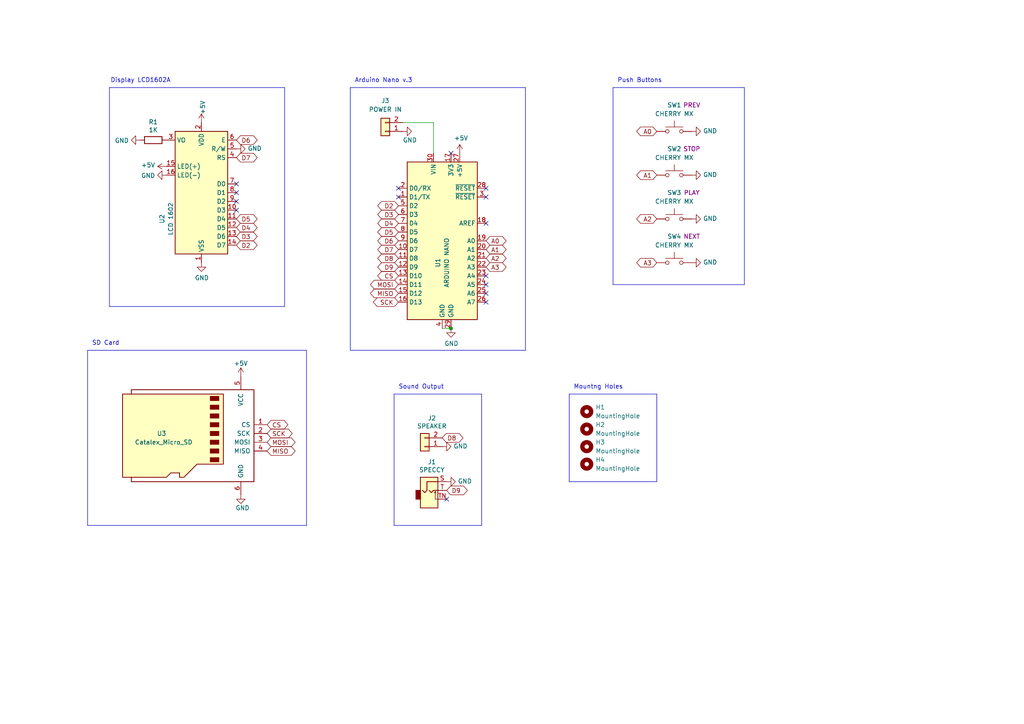
<source format=kicad_sch>
(kicad_sch (version 20230121) (generator eeschema)
  (paper "A4")
  (title_block (title "TZXDuino with Human Face") (date "2021-08-23") (rev "1.0.0") (company "Denis Maltsev"))
  (lib_symbols
    (symbol "Connector_Generic:Conn_01x02" (pin_names (offset 1.016) hide)
      (property "Reference" "J" (at 0 2.54 0))
      (property "Value" "Conn_01x02" (at 0 -5.08 0))
      (symbol "Conn_01x02_1_1"
        (rectangle (start -1.27 -2.413) (end 0 -2.667) (stroke (width 0.1524)))
        (rectangle (start -1.27 0.127) (end 0 -0.127) (stroke (width 0.1524)))
        (rectangle (start -1.27 1.27) (end 1.27 -3.81) (stroke (width 0.254)) (fill (type background)))
        (pin passive line (at -5.08 0 0) (length 3.81) (name "Pin_1") (number "1"))
        (pin passive line (at -5.08 -2.54 0) (length 3.81) (name "Pin_2") (number "2"))
      )
    )
    (symbol "Device:R" (pin_numbers hide) (pin_names (offset 0))
      (property "Reference" "R" (at 2.032 0 90))
      (property "Value" "R" (at 0 0 90))
      (symbol "R_0_1"
        (rectangle (start -1.016 -2.54) (end 1.016 2.54) (stroke (width 0.254)))
      )
      (symbol "R_1_1"
        (pin passive line (at 0 3.81 270) (length 1.27) (name "~") (number "1"))
        (pin passive line (at 0 -3.81 90) (length 1.27) (name "~") (number "2"))
      )
    )
    (symbol "Display_Character:WC1602A"
      (property "Reference" "DS" (at -5.842 19.05 0))
      (property "Value" "WC1602A" (at 5.334 19.05 0))
      (symbol "WC1602A_1_1"
        (rectangle (start -7.62 17.78) (end 7.62 -17.78) (stroke (width 0.254)) (fill (type background)))
        (pin power_in line (at 0 -20.32 90) (length 2.54) (name "VSS") (number "1"))
        (pin input line (at -10.16 -5.08 0) (length 2.54) (name "D3") (number "10"))
        (pin input line (at -10.16 -7.62 0) (length 2.54) (name "D4") (number "11"))
        (pin input line (at -10.16 -10.16 0) (length 2.54) (name "D5") (number "12"))
        (pin input line (at -10.16 -12.7 0) (length 2.54) (name "D6") (number "13"))
        (pin input line (at -10.16 -15.24 0) (length 2.54) (name "D7") (number "14"))
        (pin power_in line (at 10.16 7.62 180) (length 2.54) (name "LED(+)") (number "15"))
        (pin power_in line (at 10.16 5.08 180) (length 2.54) (name "LED(-)") (number "16"))
        (pin power_in line (at 0 20.32 270) (length 2.54) (name "VDD") (number "2"))
        (pin input line (at 10.16 15.24 180) (length 2.54) (name "VO") (number "3"))
        (pin input line (at -10.16 10.16 0) (length 2.54) (name "RS") (number "4"))
        (pin input line (at -10.16 12.7 0) (length 2.54) (name "R/W") (number "5"))
        (pin input line (at -10.16 15.24 0) (length 2.54) (name "E") (number "6"))
        (pin input line (at -10.16 2.54 0) (length 2.54) (name "D0") (number "7"))
        (pin input line (at -10.16 0 0) (length 2.54) (name "D1") (number "8"))
        (pin input line (at -10.16 -2.54 0) (length 2.54) (name "D2") (number "9"))
      )
    )
    (symbol "MCU_Module:Arduino_Nano_v3.x"
      (property "Reference" "A" (at -10.16 23.495 0))
      (property "Value" "Arduino_Nano_v3.x" (at 5.08 -24.13 0))
      (symbol "Arduino_Nano_v3.x_0_1"
        (rectangle (start -10.16 22.86) (end 10.16 -22.86) (stroke (width 0.254)) (fill (type background)))
      )
      (symbol "Arduino_Nano_v3.x_1_1"
        (pin bidirectional line (at -12.7 12.7 0) (length 2.54) (name "D1/TX") (number "1"))
        (pin bidirectional line (at -12.7 -2.54 0) (length 2.54) (name "D7") (number "10"))
        (pin bidirectional line (at -12.7 -5.08 0) (length 2.54) (name "D8") (number "11"))
        (pin bidirectional line (at -12.7 -7.62 0) (length 2.54) (name "D9") (number "12"))
        (pin bidirectional line (at -12.7 -10.16 0) (length 2.54) (name "D10") (number "13"))
        (pin bidirectional line (at -12.7 -12.7 0) (length 2.54) (name "D11") (number "14"))
        (pin bidirectional line (at -12.7 -15.24 0) (length 2.54) (name "D12") (number "15"))
        (pin bidirectional line (at -12.7 -17.78 0) (length 2.54) (name "D13") (number "16"))
        (pin power_out line (at 2.54 25.4 270) (length 2.54) (name "3V3") (number "17"))
        (pin input line (at 12.7 5.08 180) (length 2.54) (name "AREF") (number "18"))
        (pin bidirectional line (at 12.7 0 180) (length 2.54) (name "A0") (number "19"))
        (pin bidirectional line (at -12.7 15.24 0) (length 2.54) (name "D0/RX") (number "2"))
        (pin bidirectional line (at 12.7 -2.54 180) (length 2.54) (name "A1") (number "20"))
        (pin bidirectional line (at 12.7 -5.08 180) (length 2.54) (name "A2") (number "21"))
        (pin bidirectional line (at 12.7 -7.62 180) (length 2.54) (name "A3") (number "22"))
        (pin bidirectional line (at 12.7 -10.16 180) (length 2.54) (name "A4") (number "23"))
        (pin bidirectional line (at 12.7 -12.7 180) (length 2.54) (name "A5") (number "24"))
        (pin bidirectional line (at 12.7 -15.24 180) (length 2.54) (name "A6") (number "25"))
        (pin bidirectional line (at 12.7 -17.78 180) (length 2.54) (name "A7") (number "26"))
        (pin power_out line (at 5.08 25.4 270) (length 2.54) (name "+5V") (number "27"))
        (pin input line (at 12.7 15.24 180) (length 2.54) (name "~{RESET}") (number "28"))
        (pin power_in line (at 2.54 -25.4 90) (length 2.54) (name "GND") (number "29"))
        (pin input line (at 12.7 12.7 180) (length 2.54) (name "~{RESET}") (number "3"))
        (pin power_in line (at -2.54 25.4 270) (length 2.54) (name "VIN") (number "30"))
        (pin power_in line (at 0 -25.4 90) (length 2.54) (name "GND") (number "4"))
        (pin bidirectional line (at -12.7 10.16 0) (length 2.54) (name "D2") (number "5"))
        (pin bidirectional line (at -12.7 7.62 0) (length 2.54) (name "D3") (number "6"))
        (pin bidirectional line (at -12.7 5.08 0) (length 2.54) (name "D4") (number "7"))
        (pin bidirectional line (at -12.7 2.54 0) (length 2.54) (name "D5") (number "8"))
        (pin bidirectional line (at -12.7 0 0) (length 2.54) (name "D6") (number "9"))
      )
    )
    (symbol "Mechanical:MountingHole" (pin_names (offset 1.016))
      (property "Reference" "H" (at 0 5.08 0))
      (property "Value" "MountingHole" (at 0 3.175 0))
      (symbol "MountingHole_0_1"
        (circle (center 0 0) (radius 1.27) (stroke (width 1.27)))
      )
    )
    (symbol "Switch:SW_Push" (pin_numbers hide) (pin_names (offset 1.016) hide)
      (property "Reference" "SW" (at 1.27 2.54 0))
      (property "Value" "SW_Push" (at 0 -1.524 0))
      (symbol "SW_Push_0_1"
        (circle (center -2.032 0) (radius 0.508))
        (polyline (pts (xy 0 1.27) (xy 0 3.048)))
        (polyline (pts (xy 2.54 1.27) (xy -2.54 1.27)))
        (circle (center 2.032 0) (radius 0.508))
        (pin passive line (at -5.08 0 0) (length 2.54) (name "1") (number "1"))
        (pin passive line (at 5.08 0 180) (length 2.54) (name "2") (number "2"))
      )
    )
    (symbol "TZXDuino-rescue:AudioJack2_SwitchT-Connector"
      (property "Reference" "J" (at 0 8.89 0))
      (property "Value" "Connector_AudioJack2_SwitchT" (at 0 6.35 0))
      (symbol "AudioJack2_SwitchT-Connector_0_1"
        (rectangle (start -2.54 0) (end -3.81 -2.54) (stroke (width 0.254)) (fill (type outline)))
        (polyline (pts (xy 1.778 -0.254) (xy 2.032 -0.762)))
        (polyline (pts (xy 0 0) (xy 0.635 -0.635) (xy 1.27 0) (xy 2.54 0)) (stroke (width 0.254)))
        (polyline (pts (xy 2.54 -2.54) (xy 1.778 -2.54) (xy 1.778 -0.254) (xy 1.524 -0.762)))
        (polyline (pts (xy 2.54 2.54) (xy -0.635 2.54) (xy -0.635 0) (xy -1.27 -0.635) (xy -1.905 0)) (stroke (width 0.254)))
        (rectangle (start 2.54 3.81) (end -2.54 -5.08) (stroke (width 0.254)) (fill (type background)))
      )
      (symbol "AudioJack2_SwitchT-Connector_1_1"
        (pin passive line (at 5.08 2.54 180) (length 2.54) (name "~") (number "S"))
        (pin passive line (at 5.08 0 180) (length 2.54) (name "~") (number "T"))
        (pin passive line (at 5.08 -2.54 180) (length 2.54) (name "~") (number "TN"))
      )
    )
    (symbol "TZXDuino:Catalex_Micro_SD" (pin_names (offset 1.016))
      (property "Reference" "U" (at -8.89 2.54 0))
      (property "Value" "Catalex_Micro_SD" (at 0 0 0))
      (symbol "Catalex_Micro_SD_0_1"
        (polyline (pts (xy -19.05 -11.43) (xy -19.05 -12.7) (xy 16.51 -12.7) (xy 16.51 13.97) (xy -19.05 13.97) (xy -19.05 12.7)) (stroke (width 0.254)))
        (polyline (pts (xy 7.62 12.7) (xy 7.62 -7.62) (xy 0 -7.62) (xy -3.81 -11.43) (xy -5.08 -11.43) (xy -5.08 -10.16) (xy -7.62 -10.16) (xy -8.89 -11.43) (xy -21.59 -11.43) (xy -21.59 12.7) (xy 7.62 12.7)) (stroke (width 0.254)) (fill (type background)))
        (rectangle (start 6.35 -6.985) (end 3.81 -5.715) (fill (type outline)))
        (rectangle (start 6.35 -4.445) (end 3.81 -3.175) (fill (type outline)))
        (rectangle (start 6.35 -1.905) (end 3.81 -0.635) (fill (type outline)))
        (rectangle (start 6.35 0.635) (end 3.81 1.905) (fill (type outline)))
        (rectangle (start 6.35 3.175) (end 3.81 4.445) (fill (type outline)))
        (rectangle (start 6.35 5.715) (end 3.81 6.985) (fill (type outline)))
        (rectangle (start 6.35 8.255) (end 3.81 9.525) (fill (type outline)))
        (rectangle (start 6.35 10.795) (end 3.81 12.065) (fill (type outline)))
      )
      (symbol "Catalex_Micro_SD_1_1"
        (pin input line (at 20.32 3.81 180) (length 3.81) (name "CS") (number "1"))
        (pin input line (at 20.32 1.27 180) (length 3.81) (name "SCK") (number "2"))
        (pin bidirectional line (at 20.32 -1.27 180) (length 3.81) (name "MOSI") (number "3"))
        (pin bidirectional line (at 20.32 -3.81 180) (length 3.81) (name "MISO") (number "4"))
        (pin power_in line (at 12.7 17.78 270) (length 3.81) (name "VCC") (number "5"))
        (pin power_in line (at 12.7 -16.51 90) (length 3.81) (name "GND") (number "6"))
      )
    )
    (symbol "power:+5V" (power) (pin_names (offset 0))
      (property "Value" "+5V" (at 0 3.556 0))
      (symbol "+5V_0_1"
        (polyline (pts (xy -0.762 1.27) (xy 0 2.54)))
        (polyline (pts (xy 0 0) (xy 0 2.54)))
        (polyline (pts (xy 0 2.54) (xy 0.762 1.27)))
      )
      (symbol "+5V_1_1"
        (pin power_in line (at 0 0 90) (length 0) hide (name "+5V") (number "1"))
      )
    )
    (symbol "power:GND" (power) (pin_names (offset 0))
      (property "Value" "GND" (at 0 -3.81 0))
      (symbol "GND_0_1"
        (polyline (pts (xy 0 0) (xy 0 -1.27) (xy 1.27 -1.27) (xy 0 -2.54) (xy -1.27 -1.27) (xy 0 -1.27)))
      )
      (symbol "GND_1_1"
        (pin power_in line (at 0 0 270) (length 0) hide (name "GND") (number "1"))
      )
    )
  )
  (junction (at 130.81 95.25))
  (no_connect (at 68.58 58.42))
  (no_connect (at 140.97 80.01))
  (no_connect (at 140.97 85.09))
  (no_connect (at 140.97 82.55))
  (no_connect (at 115.57 57.15))
  (no_connect (at 68.58 55.88))
  (no_connect (at 140.97 57.15))
  (no_connect (at 130.81 44.45))
  (no_connect (at 140.97 54.61))
  (no_connect (at 115.57 54.61))
  (no_connect (at 68.58 53.34))
  (no_connect (at 68.58 60.96))
  (no_connect (at 129.54 144.78))
  (no_connect (at 140.97 64.77))
  (no_connect (at 140.97 87.63))
  (polyline (pts (xy 114.3 152.4) (xy 114.3 114.3)))
  (polyline (pts (xy 190.5 139.7) (xy 165.1 139.7)))
  (polyline (pts (xy 215.9 82.55) (xy 177.8 82.55)))
  (polyline (pts (xy 139.7 152.4) (xy 114.3 152.4)))
  (polyline (pts (xy 190.5 114.3) (xy 190.5 139.7)))
  (polyline (pts (xy 215.9 25.4) (xy 215.9 82.55)))
  (polyline (pts (xy 82.55 88.9) (xy 31.75 88.9)))
  (polyline (pts (xy 31.75 88.9) (xy 31.75 25.4)))
  (polyline (pts (xy 152.4 101.6) (xy 101.6 101.6)))
  (polyline (pts (xy 25.4 152.4) (xy 25.4 101.6)))
  (polyline (pts (xy 101.6 25.4) (xy 152.4 25.4)))
  (polyline (pts (xy 25.4 101.6) (xy 88.9 101.6)))
  (polyline (pts (xy 88.9 101.6) (xy 88.9 152.4)))
  (wire (pts (xy 125.73 35.56) (xy 125.73 44.45)))
  (wire (pts (xy 128.27 95.25) (xy 130.81 95.25)))
  (polyline (pts (xy 114.3 114.3) (xy 139.7 114.3)))
  (polyline (pts (xy 88.9 152.4) (xy 25.4 152.4)))
  (polyline (pts (xy 177.8 25.4) (xy 215.9 25.4)))
  (polyline (pts (xy 177.8 82.55) (xy 177.8 25.4)))
  (polyline (pts (xy 165.1 114.3) (xy 190.5 114.3)))
  (polyline (pts (xy 101.6 101.6) (xy 101.6 25.4)))
  (polyline (pts (xy 165.1 139.7) (xy 165.1 114.3)))
  (wire (pts (xy 116.84 35.56) (xy 125.73 35.56)))
  (polyline (pts (xy 139.7 114.3) (xy 139.7 152.4)))
  (polyline (pts (xy 31.75 25.4) (xy 82.55 25.4)))
  (polyline (pts (xy 152.4 25.4) (xy 152.4 101.6)))
  (polyline (pts (xy 82.55 25.4) (xy 82.55 88.9)))
  (text "Push Buttons" (at 179.07 24.13 0) (effects (font (size 1.27 1.27)) (justify left bottom)))
  (text "Sound Output" (at 115.57 113.03 0) (effects (font (size 1.27 1.27)) (justify left bottom)))
  (text "Display LCD1602A" (at 49.53 24.13 0) (effects (font (size 1.27 1.27)) (justify right bottom)))
  (text "Arduino Nano v.3" (at 102.87 24.13 0) (effects (font (size 1.27 1.27)) (justify left bottom)))
  (text "SD Card" (at 26.67 100.33 0) (effects (font (size 1.27 1.27)) (justify left bottom)))
  (text "Mountng Holes" (at 166.37 113.03 0) (effects (font (size 1.27 1.27)) (justify left bottom)))
  (global_label "A0" (shape bidirectional) (at 190.5 38.1 180) (property "Intersheetrefs" "${INTERSHEET_REFS}" (effects hide)))
  (global_label "D7" (shape bidirectional) (at 115.57 72.39 180) (property "Intersheetrefs" "${INTERSHEET_REFS}" (effects hide)))
  (global_label "A0" (shape bidirectional) (at 140.97 69.85 0) (property "Intersheetrefs" "${INTERSHEET_REFS}" (effects hide)))
  (global_label "D9" (shape bidirectional) (at 129.54 142.24 0) (property "Intersheetrefs" "${INTERSHEET_REFS}" (effects hide)))
  (global_label "MISO" (shape bidirectional) (at 77.47 130.81 0) (property "Intersheetrefs" "${INTERSHEET_REFS}" (effects hide)))
  (global_label "A1" (shape bidirectional) (at 190.5 50.8 180) (property "Intersheetrefs" "${INTERSHEET_REFS}" (effects hide)))
  (global_label "CS" (shape bidirectional) (at 115.57 80.01 180) (property "Intersheetrefs" "${INTERSHEET_REFS}" (effects hide)))
  (global_label "A3" (shape bidirectional) (at 140.97 77.47 0) (property "Intersheetrefs" "${INTERSHEET_REFS}" (effects hide)))
  (global_label "D2" (shape bidirectional) (at 115.57 59.69 180) (property "Intersheetrefs" "${INTERSHEET_REFS}" (effects hide)))
  (global_label "D8" (shape bidirectional) (at 128.27 127 0) (property "Intersheetrefs" "${INTERSHEET_REFS}" (effects hide)))
  (global_label "D8" (shape bidirectional) (at 115.57 74.93 180) (property "Intersheetrefs" "${INTERSHEET_REFS}" (effects hide)))
  (global_label "D5" (shape bidirectional) (at 68.58 63.5 0) (property "Intersheetrefs" "${INTERSHEET_REFS}" (effects hide)))
  (global_label "A2" (shape bidirectional) (at 140.97 74.93 0) (property "Intersheetrefs" "${INTERSHEET_REFS}" (effects hide)))
  (global_label "CS" (shape bidirectional) (at 77.47 123.19 0) (property "Intersheetrefs" "${INTERSHEET_REFS}" (effects hide)))
  (global_label "A2" (shape bidirectional) (at 190.5 63.5 180) (property "Intersheetrefs" "${INTERSHEET_REFS}" (effects hide)))
  (global_label "D6" (shape bidirectional) (at 115.57 69.85 180) (property "Intersheetrefs" "${INTERSHEET_REFS}" (effects hide)))
  (global_label "D6" (shape bidirectional) (at 68.58 40.64 0) (property "Intersheetrefs" "${INTERSHEET_REFS}" (effects hide)))
  (global_label "D3" (shape bidirectional) (at 115.57 62.23 180) (property "Intersheetrefs" "${INTERSHEET_REFS}" (effects hide)))
  (global_label "A1" (shape bidirectional) (at 140.97 72.39 0) (property "Intersheetrefs" "${INTERSHEET_REFS}" (effects hide)))
  (global_label "D4" (shape bidirectional) (at 115.57 64.77 180) (property "Intersheetrefs" "${INTERSHEET_REFS}" (effects hide)))
  (global_label "MOSI" (shape bidirectional) (at 77.47 128.27 0) (property "Intersheetrefs" "${INTERSHEET_REFS}" (effects hide)))
  (global_label "D9" (shape bidirectional) (at 115.57 77.47 180) (property "Intersheetrefs" "${INTERSHEET_REFS}" (effects hide)))
  (global_label "MISO" (shape bidirectional) (at 115.57 85.09 180) (property "Intersheetrefs" "${INTERSHEET_REFS}" (effects hide)))
  (global_label "SCK" (shape bidirectional) (at 115.57 87.63 180) (property "Intersheetrefs" "${INTERSHEET_REFS}" (effects hide)))
  (global_label "D2" (shape bidirectional) (at 68.58 71.12 0) (property "Intersheetrefs" "${INTERSHEET_REFS}" (effects hide)))
  (global_label "D7" (shape bidirectional) (at 68.58 45.72 0) (property "Intersheetrefs" "${INTERSHEET_REFS}" (effects hide)))
  (global_label "D4" (shape bidirectional) (at 68.58 66.04 0) (property "Intersheetrefs" "${INTERSHEET_REFS}" (effects hide)))
  (global_label "D3" (shape bidirectional) (at 68.58 68.58 0) (property "Intersheetrefs" "${INTERSHEET_REFS}" (effects hide)))
  (global_label "D5" (shape bidirectional) (at 115.57 67.31 180) (property "Intersheetrefs" "${INTERSHEET_REFS}" (effects hide)))
  (global_label "MOSI" (shape bidirectional) (at 115.57 82.55 180) (property "Intersheetrefs" "${INTERSHEET_REFS}" (effects hide)))
  (global_label "A3" (shape bidirectional) (at 190.5 76.2 180) (property "Intersheetrefs" "${INTERSHEET_REFS}" (effects hide)))
  (global_label "SCK" (shape bidirectional) (at 77.47 125.73 0) (property "Intersheetrefs" "${INTERSHEET_REFS}" (effects hide)))
  (symbol (lib_id "MCU_Module:Arduino_Nano_v3.x") (at 128.27 69.85 0) (unit 1)
    (property "Reference" "U1" (at 127 76.2 90))
    (property "Value" "ARDUINO NANO" (at 129.54 76.2 90))
    (property "Footprint" "Module:Arduino_Nano" (effects hide))
    (property "Datasheet" "http://www.mouser.com/pdfdocs/Gravitech_Arduino_Nano3_0.pdf" (effects hide))
  )
  (symbol (lib_id "Display_Character:WC1602A") (at 58.42 55.88 0) (mirror y) (unit 1)
    (property "Reference" "U2" (at 46.99 63.5 90))
    (property "Value" "LCD 1602" (at 49.53 63.5 90))
    (property "Footprint" "TZXDuino:LCD1602" (effects hide))
    (property "Datasheet" "http://www.wincomlcd.com/pdf/WC1602A-SFYLYHTC06.pdf" (effects hide))
  )
  (symbol (lib_id "Switch:SW_Push") (at 195.58 38.1 0) (unit 1)
    (property "Reference" "SW1" (at 195.58 30.48 0))
    (property "Value" "CHERRY MX" (at 195.58 33.02 0))
    (property "Footprint" "Button_Switch_Keyboard:SW_Cherry_MX_1.00u_PCB" (effects hide))
    (property "Name" "PREV" (at 200.66 30.48 0))
  )
  (symbol (lib_id "Switch:SW_Push") (at 195.58 76.2 0) (unit 1)
    (property "Reference" "SW4" (at 195.58 68.58 0))
    (property "Value" "CHERRY MX" (at 195.58 71.12 0))
    (property "Footprint" "Button_Switch_Keyboard:SW_Cherry_MX_1.00u_PCB" (effects hide))
    (property "Name" "NEXT" (at 200.66 68.58 0))
  )
  (symbol (lib_id "Switch:SW_Push") (at 195.58 63.5 0) (unit 1)
    (property "Reference" "SW3" (at 195.58 55.88 0))
    (property "Value" "CHERRY MX" (at 195.58 58.42 0))
    (property "Footprint" "Button_Switch_Keyboard:SW_Cherry_MX_1.00u_PCB" (effects hide))
    (property "Name" "PLAY" (at 200.66 55.88 0))
  )
  (symbol (lib_id "Switch:SW_Push") (at 195.58 50.8 0) (unit 1)
    (property "Reference" "SW2" (at 195.58 43.18 0))
    (property "Value" "CHERRY MX" (at 195.58 45.72 0))
    (property "Footprint" "Button_Switch_Keyboard:SW_Cherry_MX_1.00u_PCB" (effects hide))
    (property "Name" "STOP" (at 200.66 43.18 0))
  )
  (symbol (lib_id "TZXDuino-rescue:AudioJack2_SwitchT-Connector") (at 124.46 142.24 0) (unit 1)
    (property "Reference" "J1" (at 125.2728 133.985 0))
    (property "Value" "SPECCY" (at 125.2728 136.2964 0))
    (property "Footprint" "TZXDuino:PJ-316" (effects hide))
  )
  (symbol (lib_id "power:GND") (at 68.58 43.18 90) (unit 1)
    (property "Reference" "#PWR0101" (effects hide))
    (property "Value" "GND" (at 71.8312 43.053 90) (effects (justify right)))
  )
  (symbol (lib_id "Connector_Generic:Conn_01x02") (at 111.76 38.1 180) (unit 1)
    (property "Reference" "J3" (at 111.76 29.21 0))
    (property "Value" "POWER IN" (at 111.76 31.75 0))
    (property "Footprint" "TZXDuino:PinHeader_1x02_P2.54mm_Horizontal" (effects hide))
  )
  (symbol (lib_id "Device:R") (at 44.45 40.64 270) (unit 1)
    (property "Reference" "R1" (at 44.45 35.3822 90))
    (property "Value" "1K" (at 44.45 37.6936 90))
    (property "Footprint" "Resistor_THT:R_Axial_DIN0204_L3.6mm_D1.6mm_P7.62mm_Horizontal" (effects hide))
  )
  (symbol (lib_id "power:GND") (at 40.64 40.64 270) (unit 1)
    (property "Reference" "#PWR0102" (effects hide))
    (property "Value" "GND" (at 37.3888 40.767 90) (effects (justify right)))
  )
  (symbol (lib_id "power:GND") (at 116.84 38.1 90) (unit 1)
    (property "Reference" "#PWR0118" (effects hide))
    (property "Value" "GND" (at 116.84 40.64 90) (effects (justify right)))
  )
  (symbol (lib_id "power:GND") (at 58.42 76.2 0) (unit 1)
    (property "Reference" "#PWR0103" (effects hide))
    (property "Value" "GND" (at 58.547 80.5942 0))
  )
  (symbol (lib_id "power:+5V") (at 58.42 35.56 0) (unit 1)
    (property "Reference" "#PWR0104" (effects hide))
    (property "Value" "+5V" (at 58.801 31.1658 90))
  )
  (symbol (lib_id "power:+5V") (at 48.26 48.26 90) (unit 1)
    (property "Reference" "#PWR0105" (effects hide))
    (property "Value" "+5V" (at 45.0088 47.879 90) (effects (justify left)))
  )
  (symbol (lib_id "power:GND") (at 48.26 50.8 270) (unit 1)
    (property "Reference" "#PWR0106" (effects hide))
    (property "Value" "GND" (at 45.0088 50.927 90) (effects (justify right)))
  )
  (symbol (lib_id "Connector_Generic:Conn_01x02") (at 123.19 129.54 180) (unit 1)
    (property "Reference" "J2" (at 125.2728 121.285 0))
    (property "Value" "SPEAKER" (at 125.2728 123.5964 0))
    (property "Footprint" "Connector_PinHeader_2.54mm:PinHeader_1x02_P2.54mm_Vertical" (effects hide))
  )
  (symbol (lib_id "power:GND") (at 69.85 143.51 0) (unit 1)
    (property "Reference" "#PWR0117" (effects hide))
    (property "Value" "GND" (at 72.39 147.32 0) (effects (justify right)))
  )
  (symbol (lib_id "power:GND") (at 128.27 129.54 90) (unit 1)
    (property "Reference" "#PWR0107" (effects hide))
    (property "Value" "GND" (at 131.5212 129.413 90) (effects (justify right)))
  )
  (symbol (lib_id "power:GND") (at 129.54 139.7 90) (unit 1)
    (property "Reference" "#PWR0108" (effects hide))
    (property "Value" "GND" (at 132.7912 139.573 90) (effects (justify right)))
  )
  (symbol (lib_id "power:GND") (at 200.66 50.8 90) (unit 1)
    (property "Reference" "#PWR0110" (effects hide))
    (property "Value" "GND" (at 203.9112 50.673 90) (effects (justify right)))
  )
  (symbol (lib_id "power:GND") (at 200.66 63.5 90) (unit 1)
    (property "Reference" "#PWR0111" (effects hide))
    (property "Value" "GND" (at 203.9112 63.373 90) (effects (justify right)))
  )
  (symbol (lib_id "power:GND") (at 200.66 76.2 90) (unit 1)
    (property "Reference" "#PWR0112" (effects hide))
    (property "Value" "GND" (at 203.9112 76.073 90) (effects (justify right)))
  )
  (symbol (lib_id "power:+5V") (at 133.35 44.45 0) (unit 1)
    (property "Reference" "#PWR0113" (effects hide))
    (property "Value" "+5V" (at 133.731 40.0558 0))
  )
  (symbol (lib_id "power:GND") (at 130.81 95.25 0) (unit 1)
    (property "Reference" "#PWR0114" (effects hide))
    (property "Value" "GND" (at 130.937 99.6442 0))
  )
  (symbol (lib_id "power:GND") (at 200.66 38.1 90) (unit 1)
    (property "Reference" "#PWR0109" (effects hide))
    (property "Value" "GND" (at 203.9112 37.973 90) (effects (justify right)))
  )
  (symbol (lib_id "Mechanical:MountingHole") (at 170.18 119.38 0) (unit 1)
    (property "Reference" "H1" (at 172.72 118.11 0) (effects (justify left)))
    (property "Value" "MountingHole" (at 172.72 120.65 0) (effects (justify left)))
    (property "Footprint" "MountingHole:MountingHole_3mm_Pad" (effects hide))
  )
  (symbol (lib_id "Mechanical:MountingHole") (at 170.18 124.46 0) (unit 1)
    (property "Reference" "H2" (at 172.72 123.19 0) (effects (justify left)))
    (property "Value" "MountingHole" (at 172.72 125.73 0) (effects (justify left)))
    (property "Footprint" "MountingHole:MountingHole_3mm_Pad" (effects hide))
  )
  (symbol (lib_id "Mechanical:MountingHole") (at 170.18 129.54 0) (unit 1)
    (property "Reference" "H3" (at 172.72 128.27 0) (effects (justify left)))
    (property "Value" "MountingHole" (at 172.72 130.81 0) (effects (justify left)))
    (property "Footprint" "MountingHole:MountingHole_3mm_Pad" (effects hide))
  )
  (symbol (lib_id "Mechanical:MountingHole") (at 170.18 134.62 0) (unit 1)
    (property "Reference" "H4" (at 172.72 133.35 0) (effects (justify left)))
    (property "Value" "MountingHole" (at 172.72 135.89 0) (effects (justify left)))
    (property "Footprint" "MountingHole:MountingHole_3mm_Pad" (effects hide))
  )
  (symbol (lib_id "TZXDuino:Catalex_Micro_SD") (at 57.15 127 0) (unit 1)
    (property "Reference" "U3" (at 48.26 125.73 0) (effects (justify right)))
    (property "Value" "Catalex_Micro_SD" (at 55.88 128.27 0) (effects (justify right)))
    (property "Footprint" "TZXDuino:Catalex_Micro_SD" (effects hide))
  )
  (symbol (lib_id "power:+5V") (at 69.85 109.22 0) (unit 1)
    (property "Reference" "#PWR0115" (effects hide))
    (property "Value" "+5V" (at 69.85 105.41 0))
  )
)
</source>
